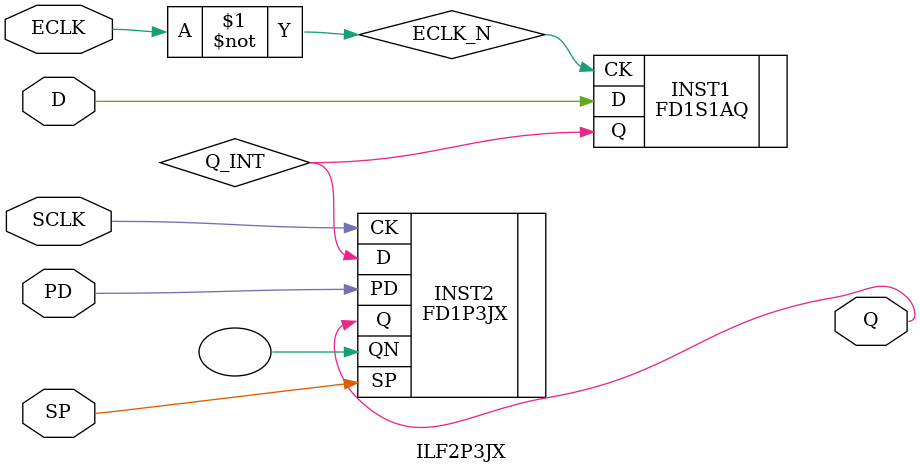
<source format=v>
`resetall
`timescale 1 ns / 100 ps

`celldefine

module ILF2P3JX (D, SP, ECLK, SCLK, PD, Q);
  parameter DISABLED_GSR = 0;
  defparam INST2.DISABLED_GSR = DISABLED_GSR;
  input  D, SP, ECLK, SCLK, PD;
  output Q;
  not  (ECLK_N, ECLK);
  FD1S1AQ INST1 (.D(D), .CK(ECLK_N), .Q(Q_INT));
  FD1P3JX INST2 (.D(Q_INT), .SP(SP), .CK(SCLK), .PD(PD),
                 .Q(Q), .QN());

endmodule

`endcelldefine

</source>
